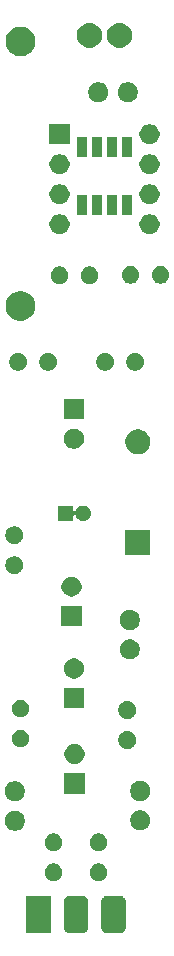
<source format=gbr>
G04 #@! TF.GenerationSoftware,KiCad,Pcbnew,(5.1.5)-3*
G04 #@! TF.CreationDate,2021-05-15T09:32:47-04:00*
G04 #@! TF.ProjectId,opAmp Mic,6f70416d-7020-44d6-9963-2e6b69636164,rev?*
G04 #@! TF.SameCoordinates,Original*
G04 #@! TF.FileFunction,Soldermask,Top*
G04 #@! TF.FilePolarity,Negative*
%FSLAX46Y46*%
G04 Gerber Fmt 4.6, Leading zero omitted, Abs format (unit mm)*
G04 Created by KiCad (PCBNEW (5.1.5)-3) date 2021-05-15 09:32:47*
%MOMM*%
%LPD*%
G04 APERTURE LIST*
%ADD10C,0.100000*%
G04 APERTURE END LIST*
D10*
G36*
X122851902Y-136888484D02*
G01*
X122938599Y-136914783D01*
X123018497Y-136957490D01*
X123088528Y-137014962D01*
X123146000Y-137084993D01*
X123188707Y-137164891D01*
X123215006Y-137251588D01*
X123224490Y-137347885D01*
X123224490Y-139512115D01*
X123215006Y-139608412D01*
X123188707Y-139695109D01*
X123146000Y-139775007D01*
X123088528Y-139845038D01*
X123018497Y-139902510D01*
X122938599Y-139945217D01*
X122851902Y-139971516D01*
X122755605Y-139981000D01*
X121592395Y-139981000D01*
X121496098Y-139971516D01*
X121409401Y-139945217D01*
X121329503Y-139902510D01*
X121259472Y-139845038D01*
X121202000Y-139775007D01*
X121159293Y-139695109D01*
X121132994Y-139608412D01*
X121123510Y-139512115D01*
X121123510Y-137347885D01*
X121132994Y-137251588D01*
X121159293Y-137164891D01*
X121202000Y-137084993D01*
X121259472Y-137014962D01*
X121329503Y-136957490D01*
X121409401Y-136914783D01*
X121496098Y-136888484D01*
X121592395Y-136879000D01*
X122755605Y-136879000D01*
X122851902Y-136888484D01*
G37*
G36*
X119676902Y-136888484D02*
G01*
X119763599Y-136914783D01*
X119843497Y-136957490D01*
X119913528Y-137014962D01*
X119971000Y-137084993D01*
X120013707Y-137164891D01*
X120040006Y-137251588D01*
X120049490Y-137347885D01*
X120049490Y-139512115D01*
X120040006Y-139608412D01*
X120013707Y-139695109D01*
X119971000Y-139775007D01*
X119913528Y-139845038D01*
X119843497Y-139902510D01*
X119763599Y-139945217D01*
X119676902Y-139971516D01*
X119580605Y-139981000D01*
X118417395Y-139981000D01*
X118321098Y-139971516D01*
X118234401Y-139945217D01*
X118154503Y-139902510D01*
X118084472Y-139845038D01*
X118027000Y-139775007D01*
X117984293Y-139695109D01*
X117957994Y-139608412D01*
X117948510Y-139512115D01*
X117948510Y-137347885D01*
X117957994Y-137251588D01*
X117984293Y-137164891D01*
X118027000Y-137084993D01*
X118084472Y-137014962D01*
X118154503Y-136957490D01*
X118234401Y-136914783D01*
X118321098Y-136888484D01*
X118417395Y-136879000D01*
X119580605Y-136879000D01*
X119676902Y-136888484D01*
G37*
G36*
X116874490Y-139981000D02*
G01*
X114773510Y-139981000D01*
X114773510Y-136879000D01*
X116874490Y-136879000D01*
X116874490Y-139981000D01*
G37*
G36*
X117313059Y-134151860D02*
G01*
X117449732Y-134208472D01*
X117572735Y-134290660D01*
X117677340Y-134395265D01*
X117759528Y-134518268D01*
X117816140Y-134654941D01*
X117845000Y-134800033D01*
X117845000Y-134947967D01*
X117816140Y-135093059D01*
X117759528Y-135229732D01*
X117677340Y-135352735D01*
X117572735Y-135457340D01*
X117449732Y-135539528D01*
X117449731Y-135539529D01*
X117449730Y-135539529D01*
X117313059Y-135596140D01*
X117167968Y-135625000D01*
X117020032Y-135625000D01*
X116874941Y-135596140D01*
X116738270Y-135539529D01*
X116738269Y-135539529D01*
X116738268Y-135539528D01*
X116615265Y-135457340D01*
X116510660Y-135352735D01*
X116428472Y-135229732D01*
X116371860Y-135093059D01*
X116343000Y-134947967D01*
X116343000Y-134800033D01*
X116371860Y-134654941D01*
X116428472Y-134518268D01*
X116510660Y-134395265D01*
X116615265Y-134290660D01*
X116738268Y-134208472D01*
X116874941Y-134151860D01*
X117020032Y-134123000D01*
X117167968Y-134123000D01*
X117313059Y-134151860D01*
G37*
G36*
X121123059Y-134151860D02*
G01*
X121259732Y-134208472D01*
X121382735Y-134290660D01*
X121487340Y-134395265D01*
X121569528Y-134518268D01*
X121626140Y-134654941D01*
X121655000Y-134800033D01*
X121655000Y-134947967D01*
X121626140Y-135093059D01*
X121569528Y-135229732D01*
X121487340Y-135352735D01*
X121382735Y-135457340D01*
X121259732Y-135539528D01*
X121259731Y-135539529D01*
X121259730Y-135539529D01*
X121123059Y-135596140D01*
X120977968Y-135625000D01*
X120830032Y-135625000D01*
X120684941Y-135596140D01*
X120548270Y-135539529D01*
X120548269Y-135539529D01*
X120548268Y-135539528D01*
X120425265Y-135457340D01*
X120320660Y-135352735D01*
X120238472Y-135229732D01*
X120181860Y-135093059D01*
X120153000Y-134947967D01*
X120153000Y-134800033D01*
X120181860Y-134654941D01*
X120238472Y-134518268D01*
X120320660Y-134395265D01*
X120425265Y-134290660D01*
X120548268Y-134208472D01*
X120684941Y-134151860D01*
X120830032Y-134123000D01*
X120977968Y-134123000D01*
X121123059Y-134151860D01*
G37*
G36*
X121123059Y-131611860D02*
G01*
X121259732Y-131668472D01*
X121382735Y-131750660D01*
X121487340Y-131855265D01*
X121569528Y-131978268D01*
X121626140Y-132114941D01*
X121655000Y-132260033D01*
X121655000Y-132407967D01*
X121626140Y-132553059D01*
X121569528Y-132689732D01*
X121487340Y-132812735D01*
X121382735Y-132917340D01*
X121259732Y-132999528D01*
X121259731Y-132999529D01*
X121259730Y-132999529D01*
X121123059Y-133056140D01*
X120977968Y-133085000D01*
X120830032Y-133085000D01*
X120684941Y-133056140D01*
X120548270Y-132999529D01*
X120548269Y-132999529D01*
X120548268Y-132999528D01*
X120425265Y-132917340D01*
X120320660Y-132812735D01*
X120238472Y-132689732D01*
X120181860Y-132553059D01*
X120153000Y-132407967D01*
X120153000Y-132260033D01*
X120181860Y-132114941D01*
X120238472Y-131978268D01*
X120320660Y-131855265D01*
X120425265Y-131750660D01*
X120548268Y-131668472D01*
X120684941Y-131611860D01*
X120830032Y-131583000D01*
X120977968Y-131583000D01*
X121123059Y-131611860D01*
G37*
G36*
X117313059Y-131611860D02*
G01*
X117449732Y-131668472D01*
X117572735Y-131750660D01*
X117677340Y-131855265D01*
X117759528Y-131978268D01*
X117816140Y-132114941D01*
X117845000Y-132260033D01*
X117845000Y-132407967D01*
X117816140Y-132553059D01*
X117759528Y-132689732D01*
X117677340Y-132812735D01*
X117572735Y-132917340D01*
X117449732Y-132999528D01*
X117449731Y-132999529D01*
X117449730Y-132999529D01*
X117313059Y-133056140D01*
X117167968Y-133085000D01*
X117020032Y-133085000D01*
X116874941Y-133056140D01*
X116738270Y-132999529D01*
X116738269Y-132999529D01*
X116738268Y-132999528D01*
X116615265Y-132917340D01*
X116510660Y-132812735D01*
X116428472Y-132689732D01*
X116371860Y-132553059D01*
X116343000Y-132407967D01*
X116343000Y-132260033D01*
X116371860Y-132114941D01*
X116428472Y-131978268D01*
X116510660Y-131855265D01*
X116615265Y-131750660D01*
X116738268Y-131668472D01*
X116874941Y-131611860D01*
X117020032Y-131583000D01*
X117167968Y-131583000D01*
X117313059Y-131611860D01*
G37*
G36*
X114065628Y-129686903D02*
G01*
X114220500Y-129751053D01*
X114359881Y-129844185D01*
X114478415Y-129962719D01*
X114571547Y-130102100D01*
X114635697Y-130256972D01*
X114668400Y-130421384D01*
X114668400Y-130589016D01*
X114635697Y-130753428D01*
X114571547Y-130908300D01*
X114478415Y-131047681D01*
X114359881Y-131166215D01*
X114220500Y-131259347D01*
X114065628Y-131323497D01*
X113901216Y-131356200D01*
X113733584Y-131356200D01*
X113569172Y-131323497D01*
X113414300Y-131259347D01*
X113274919Y-131166215D01*
X113156385Y-131047681D01*
X113063253Y-130908300D01*
X112999103Y-130753428D01*
X112966400Y-130589016D01*
X112966400Y-130421384D01*
X112999103Y-130256972D01*
X113063253Y-130102100D01*
X113156385Y-129962719D01*
X113274919Y-129844185D01*
X113414300Y-129751053D01*
X113569172Y-129686903D01*
X113733584Y-129654200D01*
X113901216Y-129654200D01*
X114065628Y-129686903D01*
G37*
G36*
X124682828Y-129661503D02*
G01*
X124837700Y-129725653D01*
X124977081Y-129818785D01*
X125095615Y-129937319D01*
X125188747Y-130076700D01*
X125252897Y-130231572D01*
X125285600Y-130395984D01*
X125285600Y-130563616D01*
X125252897Y-130728028D01*
X125188747Y-130882900D01*
X125095615Y-131022281D01*
X124977081Y-131140815D01*
X124837700Y-131233947D01*
X124682828Y-131298097D01*
X124518416Y-131330800D01*
X124350784Y-131330800D01*
X124186372Y-131298097D01*
X124031500Y-131233947D01*
X123892119Y-131140815D01*
X123773585Y-131022281D01*
X123680453Y-130882900D01*
X123616303Y-130728028D01*
X123583600Y-130563616D01*
X123583600Y-130395984D01*
X123616303Y-130231572D01*
X123680453Y-130076700D01*
X123773585Y-129937319D01*
X123892119Y-129818785D01*
X124031500Y-129725653D01*
X124186372Y-129661503D01*
X124350784Y-129628800D01*
X124518416Y-129628800D01*
X124682828Y-129661503D01*
G37*
G36*
X114065628Y-127186903D02*
G01*
X114220500Y-127251053D01*
X114359881Y-127344185D01*
X114478415Y-127462719D01*
X114571547Y-127602100D01*
X114635697Y-127756972D01*
X114668400Y-127921384D01*
X114668400Y-128089016D01*
X114635697Y-128253428D01*
X114571547Y-128408300D01*
X114478415Y-128547681D01*
X114359881Y-128666215D01*
X114220500Y-128759347D01*
X114065628Y-128823497D01*
X113901216Y-128856200D01*
X113733584Y-128856200D01*
X113569172Y-128823497D01*
X113414300Y-128759347D01*
X113274919Y-128666215D01*
X113156385Y-128547681D01*
X113063253Y-128408300D01*
X112999103Y-128253428D01*
X112966400Y-128089016D01*
X112966400Y-127921384D01*
X112999103Y-127756972D01*
X113063253Y-127602100D01*
X113156385Y-127462719D01*
X113274919Y-127344185D01*
X113414300Y-127251053D01*
X113569172Y-127186903D01*
X113733584Y-127154200D01*
X113901216Y-127154200D01*
X114065628Y-127186903D01*
G37*
G36*
X124682828Y-127161503D02*
G01*
X124837700Y-127225653D01*
X124977081Y-127318785D01*
X125095615Y-127437319D01*
X125188747Y-127576700D01*
X125252897Y-127731572D01*
X125285600Y-127895984D01*
X125285600Y-128063616D01*
X125252897Y-128228028D01*
X125188747Y-128382900D01*
X125095615Y-128522281D01*
X124977081Y-128640815D01*
X124837700Y-128733947D01*
X124682828Y-128798097D01*
X124518416Y-128830800D01*
X124350784Y-128830800D01*
X124186372Y-128798097D01*
X124031500Y-128733947D01*
X123892119Y-128640815D01*
X123773585Y-128522281D01*
X123680453Y-128382900D01*
X123616303Y-128228028D01*
X123583600Y-128063616D01*
X123583600Y-127895984D01*
X123616303Y-127731572D01*
X123680453Y-127576700D01*
X123773585Y-127437319D01*
X123892119Y-127318785D01*
X124031500Y-127225653D01*
X124186372Y-127161503D01*
X124350784Y-127128800D01*
X124518416Y-127128800D01*
X124682828Y-127161503D01*
G37*
G36*
X119723000Y-128206600D02*
G01*
X118021000Y-128206600D01*
X118021000Y-126504600D01*
X119723000Y-126504600D01*
X119723000Y-128206600D01*
G37*
G36*
X119120228Y-124037303D02*
G01*
X119275100Y-124101453D01*
X119414481Y-124194585D01*
X119533015Y-124313119D01*
X119626147Y-124452500D01*
X119690297Y-124607372D01*
X119723000Y-124771784D01*
X119723000Y-124939416D01*
X119690297Y-125103828D01*
X119626147Y-125258700D01*
X119533015Y-125398081D01*
X119414481Y-125516615D01*
X119275100Y-125609747D01*
X119120228Y-125673897D01*
X118955816Y-125706600D01*
X118788184Y-125706600D01*
X118623772Y-125673897D01*
X118468900Y-125609747D01*
X118329519Y-125516615D01*
X118210985Y-125398081D01*
X118117853Y-125258700D01*
X118053703Y-125103828D01*
X118021000Y-124939416D01*
X118021000Y-124771784D01*
X118053703Y-124607372D01*
X118117853Y-124452500D01*
X118210985Y-124313119D01*
X118329519Y-124194585D01*
X118468900Y-124101453D01*
X118623772Y-124037303D01*
X118788184Y-124004600D01*
X118955816Y-124004600D01*
X119120228Y-124037303D01*
G37*
G36*
X123561459Y-122950460D02*
G01*
X123698132Y-123007072D01*
X123821135Y-123089260D01*
X123925740Y-123193865D01*
X123925741Y-123193867D01*
X124007929Y-123316870D01*
X124064540Y-123453541D01*
X124093400Y-123598632D01*
X124093400Y-123746568D01*
X124064540Y-123891659D01*
X124009585Y-124024333D01*
X124007928Y-124028332D01*
X123925740Y-124151335D01*
X123821135Y-124255940D01*
X123698132Y-124338128D01*
X123698131Y-124338129D01*
X123698130Y-124338129D01*
X123561459Y-124394740D01*
X123416368Y-124423600D01*
X123268432Y-124423600D01*
X123123341Y-124394740D01*
X122986670Y-124338129D01*
X122986669Y-124338129D01*
X122986668Y-124338128D01*
X122863665Y-124255940D01*
X122759060Y-124151335D01*
X122676872Y-124028332D01*
X122675216Y-124024333D01*
X122620260Y-123891659D01*
X122591400Y-123746568D01*
X122591400Y-123598632D01*
X122620260Y-123453541D01*
X122676871Y-123316870D01*
X122759059Y-123193867D01*
X122759060Y-123193865D01*
X122863665Y-123089260D01*
X122986668Y-123007072D01*
X123123341Y-122950460D01*
X123268432Y-122921600D01*
X123416368Y-122921600D01*
X123561459Y-122950460D01*
G37*
G36*
X114519059Y-122823460D02*
G01*
X114655732Y-122880072D01*
X114778735Y-122962260D01*
X114883340Y-123066865D01*
X114883341Y-123066867D01*
X114965529Y-123189870D01*
X115022140Y-123326541D01*
X115047402Y-123453541D01*
X115051000Y-123471633D01*
X115051000Y-123619567D01*
X115022140Y-123764659D01*
X114965528Y-123901332D01*
X114883340Y-124024335D01*
X114778735Y-124128940D01*
X114655732Y-124211128D01*
X114655731Y-124211129D01*
X114655730Y-124211129D01*
X114519059Y-124267740D01*
X114373968Y-124296600D01*
X114226032Y-124296600D01*
X114080941Y-124267740D01*
X113944270Y-124211129D01*
X113944269Y-124211129D01*
X113944268Y-124211128D01*
X113821265Y-124128940D01*
X113716660Y-124024335D01*
X113634472Y-123901332D01*
X113577860Y-123764659D01*
X113549000Y-123619567D01*
X113549000Y-123471633D01*
X113552599Y-123453541D01*
X113577860Y-123326541D01*
X113634471Y-123189870D01*
X113716659Y-123066867D01*
X113716660Y-123066865D01*
X113821265Y-122962260D01*
X113944268Y-122880072D01*
X114080941Y-122823460D01*
X114226032Y-122794600D01*
X114373968Y-122794600D01*
X114519059Y-122823460D01*
G37*
G36*
X123561459Y-120410460D02*
G01*
X123698132Y-120467072D01*
X123821135Y-120549260D01*
X123925740Y-120653865D01*
X123925741Y-120653867D01*
X124007929Y-120776870D01*
X124064540Y-120913541D01*
X124093400Y-121058632D01*
X124093400Y-121206568D01*
X124064540Y-121351659D01*
X124009585Y-121484333D01*
X124007928Y-121488332D01*
X123925740Y-121611335D01*
X123821135Y-121715940D01*
X123698132Y-121798128D01*
X123698131Y-121798129D01*
X123698130Y-121798129D01*
X123561459Y-121854740D01*
X123416368Y-121883600D01*
X123268432Y-121883600D01*
X123123341Y-121854740D01*
X122986670Y-121798129D01*
X122986669Y-121798129D01*
X122986668Y-121798128D01*
X122863665Y-121715940D01*
X122759060Y-121611335D01*
X122676872Y-121488332D01*
X122675216Y-121484333D01*
X122620260Y-121351659D01*
X122591400Y-121206568D01*
X122591400Y-121058632D01*
X122620260Y-120913541D01*
X122676871Y-120776870D01*
X122759059Y-120653867D01*
X122759060Y-120653865D01*
X122863665Y-120549260D01*
X122986668Y-120467072D01*
X123123341Y-120410460D01*
X123268432Y-120381600D01*
X123416368Y-120381600D01*
X123561459Y-120410460D01*
G37*
G36*
X114519059Y-120283460D02*
G01*
X114655732Y-120340072D01*
X114778735Y-120422260D01*
X114883340Y-120526865D01*
X114883341Y-120526867D01*
X114965529Y-120649870D01*
X115022140Y-120786541D01*
X115047402Y-120913541D01*
X115051000Y-120931633D01*
X115051000Y-121079567D01*
X115022140Y-121224659D01*
X114965528Y-121361332D01*
X114883340Y-121484335D01*
X114778735Y-121588940D01*
X114655732Y-121671128D01*
X114655731Y-121671129D01*
X114655730Y-121671129D01*
X114519059Y-121727740D01*
X114373968Y-121756600D01*
X114226032Y-121756600D01*
X114080941Y-121727740D01*
X113944270Y-121671129D01*
X113944269Y-121671129D01*
X113944268Y-121671128D01*
X113821265Y-121588940D01*
X113716660Y-121484335D01*
X113634472Y-121361332D01*
X113577860Y-121224659D01*
X113549000Y-121079567D01*
X113549000Y-120931633D01*
X113552599Y-120913541D01*
X113577860Y-120786541D01*
X113634471Y-120649870D01*
X113716659Y-120526867D01*
X113716660Y-120526865D01*
X113821265Y-120422260D01*
X113944268Y-120340072D01*
X114080941Y-120283460D01*
X114226032Y-120254600D01*
X114373968Y-120254600D01*
X114519059Y-120283460D01*
G37*
G36*
X119672200Y-120967600D02*
G01*
X117970200Y-120967600D01*
X117970200Y-119265600D01*
X119672200Y-119265600D01*
X119672200Y-120967600D01*
G37*
G36*
X119069428Y-116798303D02*
G01*
X119224300Y-116862453D01*
X119363681Y-116955585D01*
X119482215Y-117074119D01*
X119575347Y-117213500D01*
X119639497Y-117368372D01*
X119672200Y-117532784D01*
X119672200Y-117700416D01*
X119639497Y-117864828D01*
X119575347Y-118019700D01*
X119482215Y-118159081D01*
X119363681Y-118277615D01*
X119224300Y-118370747D01*
X119069428Y-118434897D01*
X118905016Y-118467600D01*
X118737384Y-118467600D01*
X118572972Y-118434897D01*
X118418100Y-118370747D01*
X118278719Y-118277615D01*
X118160185Y-118159081D01*
X118067053Y-118019700D01*
X118002903Y-117864828D01*
X117970200Y-117700416D01*
X117970200Y-117532784D01*
X118002903Y-117368372D01*
X118067053Y-117213500D01*
X118160185Y-117074119D01*
X118278719Y-116955585D01*
X118418100Y-116862453D01*
X118572972Y-116798303D01*
X118737384Y-116765600D01*
X118905016Y-116765600D01*
X119069428Y-116798303D01*
G37*
G36*
X123793828Y-115183503D02*
G01*
X123948700Y-115247653D01*
X124088081Y-115340785D01*
X124206615Y-115459319D01*
X124299747Y-115598700D01*
X124363897Y-115753572D01*
X124396600Y-115917984D01*
X124396600Y-116085616D01*
X124363897Y-116250028D01*
X124299747Y-116404900D01*
X124206615Y-116544281D01*
X124088081Y-116662815D01*
X123948700Y-116755947D01*
X123793828Y-116820097D01*
X123629416Y-116852800D01*
X123461784Y-116852800D01*
X123297372Y-116820097D01*
X123142500Y-116755947D01*
X123003119Y-116662815D01*
X122884585Y-116544281D01*
X122791453Y-116404900D01*
X122727303Y-116250028D01*
X122694600Y-116085616D01*
X122694600Y-115917984D01*
X122727303Y-115753572D01*
X122791453Y-115598700D01*
X122884585Y-115459319D01*
X123003119Y-115340785D01*
X123142500Y-115247653D01*
X123297372Y-115183503D01*
X123461784Y-115150800D01*
X123629416Y-115150800D01*
X123793828Y-115183503D01*
G37*
G36*
X123793828Y-112683503D02*
G01*
X123948700Y-112747653D01*
X124088081Y-112840785D01*
X124206615Y-112959319D01*
X124299747Y-113098700D01*
X124363897Y-113253572D01*
X124396600Y-113417984D01*
X124396600Y-113585616D01*
X124363897Y-113750028D01*
X124299747Y-113904900D01*
X124206615Y-114044281D01*
X124088081Y-114162815D01*
X123948700Y-114255947D01*
X123793828Y-114320097D01*
X123629416Y-114352800D01*
X123461784Y-114352800D01*
X123297372Y-114320097D01*
X123142500Y-114255947D01*
X123003119Y-114162815D01*
X122884585Y-114044281D01*
X122791453Y-113904900D01*
X122727303Y-113750028D01*
X122694600Y-113585616D01*
X122694600Y-113417984D01*
X122727303Y-113253572D01*
X122791453Y-113098700D01*
X122884585Y-112959319D01*
X123003119Y-112840785D01*
X123142500Y-112747653D01*
X123297372Y-112683503D01*
X123461784Y-112650800D01*
X123629416Y-112650800D01*
X123793828Y-112683503D01*
G37*
G36*
X119469000Y-114033400D02*
G01*
X117767000Y-114033400D01*
X117767000Y-112331400D01*
X119469000Y-112331400D01*
X119469000Y-114033400D01*
G37*
G36*
X118866228Y-109864103D02*
G01*
X119021100Y-109928253D01*
X119160481Y-110021385D01*
X119279015Y-110139919D01*
X119372147Y-110279300D01*
X119436297Y-110434172D01*
X119469000Y-110598584D01*
X119469000Y-110766216D01*
X119436297Y-110930628D01*
X119372147Y-111085500D01*
X119279015Y-111224881D01*
X119160481Y-111343415D01*
X119021100Y-111436547D01*
X118866228Y-111500697D01*
X118701816Y-111533400D01*
X118534184Y-111533400D01*
X118369772Y-111500697D01*
X118214900Y-111436547D01*
X118075519Y-111343415D01*
X117956985Y-111224881D01*
X117863853Y-111085500D01*
X117799703Y-110930628D01*
X117767000Y-110766216D01*
X117767000Y-110598584D01*
X117799703Y-110434172D01*
X117863853Y-110279300D01*
X117956985Y-110139919D01*
X118075519Y-110021385D01*
X118214900Y-109928253D01*
X118369772Y-109864103D01*
X118534184Y-109831400D01*
X118701816Y-109831400D01*
X118866228Y-109864103D01*
G37*
G36*
X113985659Y-108142260D02*
G01*
X114122332Y-108198872D01*
X114245335Y-108281060D01*
X114349940Y-108385665D01*
X114432128Y-108508668D01*
X114488740Y-108645341D01*
X114517600Y-108790433D01*
X114517600Y-108938367D01*
X114488740Y-109083459D01*
X114432128Y-109220132D01*
X114349940Y-109343135D01*
X114245335Y-109447740D01*
X114122332Y-109529928D01*
X114122331Y-109529929D01*
X114122330Y-109529929D01*
X113985659Y-109586540D01*
X113840568Y-109615400D01*
X113692632Y-109615400D01*
X113547541Y-109586540D01*
X113410870Y-109529929D01*
X113410869Y-109529929D01*
X113410868Y-109529928D01*
X113287865Y-109447740D01*
X113183260Y-109343135D01*
X113101072Y-109220132D01*
X113044460Y-109083459D01*
X113015600Y-108938367D01*
X113015600Y-108790433D01*
X113044460Y-108645341D01*
X113101072Y-108508668D01*
X113183260Y-108385665D01*
X113287865Y-108281060D01*
X113410868Y-108198872D01*
X113547541Y-108142260D01*
X113692632Y-108113400D01*
X113840568Y-108113400D01*
X113985659Y-108142260D01*
G37*
G36*
X125257000Y-107985000D02*
G01*
X123155000Y-107985000D01*
X123155000Y-105883000D01*
X125257000Y-105883000D01*
X125257000Y-107985000D01*
G37*
G36*
X113985659Y-105602260D02*
G01*
X114122332Y-105658872D01*
X114245335Y-105741060D01*
X114349940Y-105845665D01*
X114432128Y-105968668D01*
X114488740Y-106105341D01*
X114517600Y-106250433D01*
X114517600Y-106398367D01*
X114488740Y-106543459D01*
X114432128Y-106680132D01*
X114349940Y-106803135D01*
X114245335Y-106907740D01*
X114122332Y-106989928D01*
X114122331Y-106989929D01*
X114122330Y-106989929D01*
X113985659Y-107046540D01*
X113840568Y-107075400D01*
X113692632Y-107075400D01*
X113547541Y-107046540D01*
X113410870Y-106989929D01*
X113410869Y-106989929D01*
X113410868Y-106989928D01*
X113287865Y-106907740D01*
X113183260Y-106803135D01*
X113101072Y-106680132D01*
X113044460Y-106543459D01*
X113015600Y-106398367D01*
X113015600Y-106250433D01*
X113044460Y-106105341D01*
X113101072Y-105968668D01*
X113183260Y-105845665D01*
X113287865Y-105741060D01*
X113410868Y-105658872D01*
X113547541Y-105602260D01*
X113692632Y-105573400D01*
X113840568Y-105573400D01*
X113985659Y-105602260D01*
G37*
G36*
X118761000Y-104190309D02*
G01*
X118763402Y-104214695D01*
X118770515Y-104238144D01*
X118782066Y-104259755D01*
X118797611Y-104278697D01*
X118816553Y-104294242D01*
X118838164Y-104305793D01*
X118861613Y-104312906D01*
X118885999Y-104315308D01*
X118910385Y-104312906D01*
X118933834Y-104305793D01*
X118955445Y-104294242D01*
X118974387Y-104278697D01*
X118989932Y-104259755D01*
X119001483Y-104238144D01*
X119033090Y-104161838D01*
X119104335Y-104055212D01*
X119195012Y-103964535D01*
X119301636Y-103893291D01*
X119420110Y-103844217D01*
X119545881Y-103819200D01*
X119674119Y-103819200D01*
X119799890Y-103844217D01*
X119918364Y-103893291D01*
X120024988Y-103964535D01*
X120115665Y-104055212D01*
X120186909Y-104161836D01*
X120235983Y-104280310D01*
X120261000Y-104406082D01*
X120261000Y-104534318D01*
X120235983Y-104660090D01*
X120186909Y-104778564D01*
X120115665Y-104885188D01*
X120024988Y-104975865D01*
X119918364Y-105047109D01*
X119918363Y-105047110D01*
X119918362Y-105047110D01*
X119799890Y-105096183D01*
X119674119Y-105121200D01*
X119545881Y-105121200D01*
X119420110Y-105096183D01*
X119301638Y-105047110D01*
X119301637Y-105047110D01*
X119301636Y-105047109D01*
X119195012Y-104975865D01*
X119104335Y-104885188D01*
X119033091Y-104778564D01*
X119001483Y-104702255D01*
X118989932Y-104680645D01*
X118974387Y-104661703D01*
X118955445Y-104646158D01*
X118933834Y-104634607D01*
X118910385Y-104627494D01*
X118885999Y-104625092D01*
X118861613Y-104627494D01*
X118838164Y-104634607D01*
X118816553Y-104646158D01*
X118797611Y-104661703D01*
X118782066Y-104680645D01*
X118770515Y-104702256D01*
X118763402Y-104725705D01*
X118761000Y-104750091D01*
X118761000Y-105121200D01*
X117459000Y-105121200D01*
X117459000Y-103819200D01*
X118761000Y-103819200D01*
X118761000Y-104190309D01*
G37*
G36*
X124537964Y-97414389D02*
G01*
X124729233Y-97493615D01*
X124729235Y-97493616D01*
X124901373Y-97608635D01*
X125047765Y-97755027D01*
X125150093Y-97908171D01*
X125162785Y-97927167D01*
X125242011Y-98118436D01*
X125282400Y-98321484D01*
X125282400Y-98528516D01*
X125242011Y-98731564D01*
X125162785Y-98922833D01*
X125162784Y-98922835D01*
X125047765Y-99094973D01*
X124901373Y-99241365D01*
X124729235Y-99356384D01*
X124729234Y-99356385D01*
X124729233Y-99356385D01*
X124537964Y-99435611D01*
X124334916Y-99476000D01*
X124127884Y-99476000D01*
X123924836Y-99435611D01*
X123733567Y-99356385D01*
X123733566Y-99356385D01*
X123733565Y-99356384D01*
X123561427Y-99241365D01*
X123415035Y-99094973D01*
X123300016Y-98922835D01*
X123300015Y-98922833D01*
X123220789Y-98731564D01*
X123180400Y-98528516D01*
X123180400Y-98321484D01*
X123220789Y-98118436D01*
X123300015Y-97927167D01*
X123312708Y-97908171D01*
X123415035Y-97755027D01*
X123561427Y-97608635D01*
X123733565Y-97493616D01*
X123733567Y-97493615D01*
X123924836Y-97414389D01*
X124127884Y-97374000D01*
X124334916Y-97374000D01*
X124537964Y-97414389D01*
G37*
G36*
X119069428Y-97338103D02*
G01*
X119224300Y-97402253D01*
X119363681Y-97495385D01*
X119482215Y-97613919D01*
X119575347Y-97753300D01*
X119639497Y-97908172D01*
X119672200Y-98072584D01*
X119672200Y-98240216D01*
X119639497Y-98404628D01*
X119575347Y-98559500D01*
X119482215Y-98698881D01*
X119363681Y-98817415D01*
X119224300Y-98910547D01*
X119069428Y-98974697D01*
X118905016Y-99007400D01*
X118737384Y-99007400D01*
X118572972Y-98974697D01*
X118418100Y-98910547D01*
X118278719Y-98817415D01*
X118160185Y-98698881D01*
X118067053Y-98559500D01*
X118002903Y-98404628D01*
X117970200Y-98240216D01*
X117970200Y-98072584D01*
X118002903Y-97908172D01*
X118067053Y-97753300D01*
X118160185Y-97613919D01*
X118278719Y-97495385D01*
X118418100Y-97402253D01*
X118572972Y-97338103D01*
X118737384Y-97305400D01*
X118905016Y-97305400D01*
X119069428Y-97338103D01*
G37*
G36*
X119672200Y-96507400D02*
G01*
X117970200Y-96507400D01*
X117970200Y-94805400D01*
X119672200Y-94805400D01*
X119672200Y-96507400D01*
G37*
G36*
X124221859Y-90921060D02*
G01*
X124358532Y-90977672D01*
X124481535Y-91059860D01*
X124586140Y-91164465D01*
X124668328Y-91287468D01*
X124724940Y-91424141D01*
X124753800Y-91569233D01*
X124753800Y-91717167D01*
X124724940Y-91862259D01*
X124668328Y-91998932D01*
X124586140Y-92121935D01*
X124481535Y-92226540D01*
X124358532Y-92308728D01*
X124358531Y-92308729D01*
X124358530Y-92308729D01*
X124221859Y-92365340D01*
X124076768Y-92394200D01*
X123928832Y-92394200D01*
X123783741Y-92365340D01*
X123647070Y-92308729D01*
X123647069Y-92308729D01*
X123647068Y-92308728D01*
X123524065Y-92226540D01*
X123419460Y-92121935D01*
X123337272Y-91998932D01*
X123280660Y-91862259D01*
X123251800Y-91717167D01*
X123251800Y-91569233D01*
X123280660Y-91424141D01*
X123337272Y-91287468D01*
X123419460Y-91164465D01*
X123524065Y-91059860D01*
X123647068Y-90977672D01*
X123783741Y-90921060D01*
X123928832Y-90892200D01*
X124076768Y-90892200D01*
X124221859Y-90921060D01*
G37*
G36*
X116855859Y-90921060D02*
G01*
X116992532Y-90977672D01*
X117115535Y-91059860D01*
X117220140Y-91164465D01*
X117302328Y-91287468D01*
X117358940Y-91424141D01*
X117387800Y-91569233D01*
X117387800Y-91717167D01*
X117358940Y-91862259D01*
X117302328Y-91998932D01*
X117220140Y-92121935D01*
X117115535Y-92226540D01*
X116992532Y-92308728D01*
X116992531Y-92308729D01*
X116992530Y-92308729D01*
X116855859Y-92365340D01*
X116710768Y-92394200D01*
X116562832Y-92394200D01*
X116417741Y-92365340D01*
X116281070Y-92308729D01*
X116281069Y-92308729D01*
X116281068Y-92308728D01*
X116158065Y-92226540D01*
X116053460Y-92121935D01*
X115971272Y-91998932D01*
X115914660Y-91862259D01*
X115885800Y-91717167D01*
X115885800Y-91569233D01*
X115914660Y-91424141D01*
X115971272Y-91287468D01*
X116053460Y-91164465D01*
X116158065Y-91059860D01*
X116281068Y-90977672D01*
X116417741Y-90921060D01*
X116562832Y-90892200D01*
X116710768Y-90892200D01*
X116855859Y-90921060D01*
G37*
G36*
X114315859Y-90921060D02*
G01*
X114452532Y-90977672D01*
X114575535Y-91059860D01*
X114680140Y-91164465D01*
X114762328Y-91287468D01*
X114818940Y-91424141D01*
X114847800Y-91569233D01*
X114847800Y-91717167D01*
X114818940Y-91862259D01*
X114762328Y-91998932D01*
X114680140Y-92121935D01*
X114575535Y-92226540D01*
X114452532Y-92308728D01*
X114452531Y-92308729D01*
X114452530Y-92308729D01*
X114315859Y-92365340D01*
X114170768Y-92394200D01*
X114022832Y-92394200D01*
X113877741Y-92365340D01*
X113741070Y-92308729D01*
X113741069Y-92308729D01*
X113741068Y-92308728D01*
X113618065Y-92226540D01*
X113513460Y-92121935D01*
X113431272Y-91998932D01*
X113374660Y-91862259D01*
X113345800Y-91717167D01*
X113345800Y-91569233D01*
X113374660Y-91424141D01*
X113431272Y-91287468D01*
X113513460Y-91164465D01*
X113618065Y-91059860D01*
X113741068Y-90977672D01*
X113877741Y-90921060D01*
X114022832Y-90892200D01*
X114170768Y-90892200D01*
X114315859Y-90921060D01*
G37*
G36*
X121681859Y-90921060D02*
G01*
X121818532Y-90977672D01*
X121941535Y-91059860D01*
X122046140Y-91164465D01*
X122128328Y-91287468D01*
X122184940Y-91424141D01*
X122213800Y-91569233D01*
X122213800Y-91717167D01*
X122184940Y-91862259D01*
X122128328Y-91998932D01*
X122046140Y-92121935D01*
X121941535Y-92226540D01*
X121818532Y-92308728D01*
X121818531Y-92308729D01*
X121818530Y-92308729D01*
X121681859Y-92365340D01*
X121536768Y-92394200D01*
X121388832Y-92394200D01*
X121243741Y-92365340D01*
X121107070Y-92308729D01*
X121107069Y-92308729D01*
X121107068Y-92308728D01*
X120984065Y-92226540D01*
X120879460Y-92121935D01*
X120797272Y-91998932D01*
X120740660Y-91862259D01*
X120711800Y-91717167D01*
X120711800Y-91569233D01*
X120740660Y-91424141D01*
X120797272Y-91287468D01*
X120879460Y-91164465D01*
X120984065Y-91059860D01*
X121107068Y-90977672D01*
X121243741Y-90921060D01*
X121388832Y-90892200D01*
X121536768Y-90892200D01*
X121681859Y-90921060D01*
G37*
G36*
X114664903Y-85713075D02*
G01*
X114892571Y-85807378D01*
X115097466Y-85944285D01*
X115271715Y-86118534D01*
X115408622Y-86323429D01*
X115502925Y-86551097D01*
X115551000Y-86792787D01*
X115551000Y-87039213D01*
X115502925Y-87280903D01*
X115408622Y-87508571D01*
X115271715Y-87713466D01*
X115097466Y-87887715D01*
X114892571Y-88024622D01*
X114892570Y-88024623D01*
X114892569Y-88024623D01*
X114664903Y-88118925D01*
X114423214Y-88167000D01*
X114176786Y-88167000D01*
X113935097Y-88118925D01*
X113707431Y-88024623D01*
X113707430Y-88024623D01*
X113707429Y-88024622D01*
X113502534Y-87887715D01*
X113328285Y-87713466D01*
X113191378Y-87508571D01*
X113097075Y-87280903D01*
X113049000Y-87039213D01*
X113049000Y-86792787D01*
X113097075Y-86551097D01*
X113191378Y-86323429D01*
X113328285Y-86118534D01*
X113502534Y-85944285D01*
X113707429Y-85807378D01*
X113935097Y-85713075D01*
X114176786Y-85665000D01*
X114423214Y-85665000D01*
X114664903Y-85713075D01*
G37*
G36*
X117821059Y-83605860D02*
G01*
X117957732Y-83662472D01*
X118080735Y-83744660D01*
X118185340Y-83849265D01*
X118233586Y-83921470D01*
X118267529Y-83972270D01*
X118324140Y-84108941D01*
X118342896Y-84203233D01*
X118353000Y-84254033D01*
X118353000Y-84401967D01*
X118324140Y-84547059D01*
X118267528Y-84683732D01*
X118185340Y-84806735D01*
X118080735Y-84911340D01*
X117957732Y-84993528D01*
X117957731Y-84993529D01*
X117957730Y-84993529D01*
X117821059Y-85050140D01*
X117675968Y-85079000D01*
X117528032Y-85079000D01*
X117382941Y-85050140D01*
X117246270Y-84993529D01*
X117246269Y-84993529D01*
X117246268Y-84993528D01*
X117123265Y-84911340D01*
X117018660Y-84806735D01*
X116936472Y-84683732D01*
X116879860Y-84547059D01*
X116851000Y-84401967D01*
X116851000Y-84254033D01*
X116861105Y-84203233D01*
X116879860Y-84108941D01*
X116936471Y-83972270D01*
X116970414Y-83921470D01*
X117018660Y-83849265D01*
X117123265Y-83744660D01*
X117246268Y-83662472D01*
X117382941Y-83605860D01*
X117528032Y-83577000D01*
X117675968Y-83577000D01*
X117821059Y-83605860D01*
G37*
G36*
X120361059Y-83605860D02*
G01*
X120497732Y-83662472D01*
X120620735Y-83744660D01*
X120725340Y-83849265D01*
X120773586Y-83921470D01*
X120807529Y-83972270D01*
X120864140Y-84108941D01*
X120882896Y-84203233D01*
X120893000Y-84254033D01*
X120893000Y-84401967D01*
X120864140Y-84547059D01*
X120807528Y-84683732D01*
X120725340Y-84806735D01*
X120620735Y-84911340D01*
X120497732Y-84993528D01*
X120497731Y-84993529D01*
X120497730Y-84993529D01*
X120361059Y-85050140D01*
X120215968Y-85079000D01*
X120068032Y-85079000D01*
X119922941Y-85050140D01*
X119786270Y-84993529D01*
X119786269Y-84993529D01*
X119786268Y-84993528D01*
X119663265Y-84911340D01*
X119558660Y-84806735D01*
X119476472Y-84683732D01*
X119419860Y-84547059D01*
X119391000Y-84401967D01*
X119391000Y-84254033D01*
X119401105Y-84203233D01*
X119419860Y-84108941D01*
X119476471Y-83972270D01*
X119510414Y-83921470D01*
X119558660Y-83849265D01*
X119663265Y-83744660D01*
X119786268Y-83662472D01*
X119922941Y-83605860D01*
X120068032Y-83577000D01*
X120215968Y-83577000D01*
X120361059Y-83605860D01*
G37*
G36*
X126380859Y-83555060D02*
G01*
X126517532Y-83611672D01*
X126640535Y-83693860D01*
X126745140Y-83798465D01*
X126827328Y-83921468D01*
X126827329Y-83921470D01*
X126883940Y-84058141D01*
X126912800Y-84203232D01*
X126912800Y-84351168D01*
X126902695Y-84401968D01*
X126883940Y-84496259D01*
X126827328Y-84632932D01*
X126745140Y-84755935D01*
X126640535Y-84860540D01*
X126517532Y-84942728D01*
X126517531Y-84942729D01*
X126517530Y-84942729D01*
X126380859Y-84999340D01*
X126235768Y-85028200D01*
X126087832Y-85028200D01*
X125942741Y-84999340D01*
X125806070Y-84942729D01*
X125806069Y-84942729D01*
X125806068Y-84942728D01*
X125683065Y-84860540D01*
X125578460Y-84755935D01*
X125496272Y-84632932D01*
X125439660Y-84496259D01*
X125420905Y-84401968D01*
X125410800Y-84351168D01*
X125410800Y-84203232D01*
X125439660Y-84058141D01*
X125496271Y-83921470D01*
X125496272Y-83921468D01*
X125578460Y-83798465D01*
X125683065Y-83693860D01*
X125806068Y-83611672D01*
X125942741Y-83555060D01*
X126087832Y-83526200D01*
X126235768Y-83526200D01*
X126380859Y-83555060D01*
G37*
G36*
X123840859Y-83555060D02*
G01*
X123977532Y-83611672D01*
X124100535Y-83693860D01*
X124205140Y-83798465D01*
X124287328Y-83921468D01*
X124287329Y-83921470D01*
X124343940Y-84058141D01*
X124372800Y-84203232D01*
X124372800Y-84351168D01*
X124362695Y-84401968D01*
X124343940Y-84496259D01*
X124287328Y-84632932D01*
X124205140Y-84755935D01*
X124100535Y-84860540D01*
X123977532Y-84942728D01*
X123977531Y-84942729D01*
X123977530Y-84942729D01*
X123840859Y-84999340D01*
X123695768Y-85028200D01*
X123547832Y-85028200D01*
X123402741Y-84999340D01*
X123266070Y-84942729D01*
X123266069Y-84942729D01*
X123266068Y-84942728D01*
X123143065Y-84860540D01*
X123038460Y-84755935D01*
X122956272Y-84632932D01*
X122899660Y-84496259D01*
X122880905Y-84401968D01*
X122870800Y-84351168D01*
X122870800Y-84203232D01*
X122899660Y-84058141D01*
X122956271Y-83921470D01*
X122956272Y-83921468D01*
X123038460Y-83798465D01*
X123143065Y-83693860D01*
X123266068Y-83611672D01*
X123402741Y-83555060D01*
X123547832Y-83526200D01*
X123695768Y-83526200D01*
X123840859Y-83555060D01*
G37*
G36*
X125470228Y-79191703D02*
G01*
X125625100Y-79255853D01*
X125764481Y-79348985D01*
X125883015Y-79467519D01*
X125976147Y-79606900D01*
X126040297Y-79761772D01*
X126073000Y-79926184D01*
X126073000Y-80093816D01*
X126040297Y-80258228D01*
X125976147Y-80413100D01*
X125883015Y-80552481D01*
X125764481Y-80671015D01*
X125625100Y-80764147D01*
X125470228Y-80828297D01*
X125305816Y-80861000D01*
X125138184Y-80861000D01*
X124973772Y-80828297D01*
X124818900Y-80764147D01*
X124679519Y-80671015D01*
X124560985Y-80552481D01*
X124467853Y-80413100D01*
X124403703Y-80258228D01*
X124371000Y-80093816D01*
X124371000Y-79926184D01*
X124403703Y-79761772D01*
X124467853Y-79606900D01*
X124560985Y-79467519D01*
X124679519Y-79348985D01*
X124818900Y-79255853D01*
X124973772Y-79191703D01*
X125138184Y-79159000D01*
X125305816Y-79159000D01*
X125470228Y-79191703D01*
G37*
G36*
X117850228Y-79191703D02*
G01*
X118005100Y-79255853D01*
X118144481Y-79348985D01*
X118263015Y-79467519D01*
X118356147Y-79606900D01*
X118420297Y-79761772D01*
X118453000Y-79926184D01*
X118453000Y-80093816D01*
X118420297Y-80258228D01*
X118356147Y-80413100D01*
X118263015Y-80552481D01*
X118144481Y-80671015D01*
X118005100Y-80764147D01*
X117850228Y-80828297D01*
X117685816Y-80861000D01*
X117518184Y-80861000D01*
X117353772Y-80828297D01*
X117198900Y-80764147D01*
X117059519Y-80671015D01*
X116940985Y-80552481D01*
X116847853Y-80413100D01*
X116783703Y-80258228D01*
X116751000Y-80093816D01*
X116751000Y-79926184D01*
X116783703Y-79761772D01*
X116847853Y-79606900D01*
X116940985Y-79467519D01*
X117059519Y-79348985D01*
X117198900Y-79255853D01*
X117353772Y-79191703D01*
X117518184Y-79159000D01*
X117685816Y-79159000D01*
X117850228Y-79191703D01*
G37*
G36*
X122448000Y-79262000D02*
G01*
X121646000Y-79262000D01*
X121646000Y-77560000D01*
X122448000Y-77560000D01*
X122448000Y-79262000D01*
G37*
G36*
X121178000Y-79262000D02*
G01*
X120376000Y-79262000D01*
X120376000Y-77560000D01*
X121178000Y-77560000D01*
X121178000Y-79262000D01*
G37*
G36*
X119908000Y-79262000D02*
G01*
X119106000Y-79262000D01*
X119106000Y-77560000D01*
X119908000Y-77560000D01*
X119908000Y-79262000D01*
G37*
G36*
X123718000Y-79262000D02*
G01*
X122916000Y-79262000D01*
X122916000Y-77560000D01*
X123718000Y-77560000D01*
X123718000Y-79262000D01*
G37*
G36*
X117850228Y-76651703D02*
G01*
X118005100Y-76715853D01*
X118144481Y-76808985D01*
X118263015Y-76927519D01*
X118356147Y-77066900D01*
X118420297Y-77221772D01*
X118453000Y-77386184D01*
X118453000Y-77553816D01*
X118420297Y-77718228D01*
X118356147Y-77873100D01*
X118263015Y-78012481D01*
X118144481Y-78131015D01*
X118005100Y-78224147D01*
X117850228Y-78288297D01*
X117685816Y-78321000D01*
X117518184Y-78321000D01*
X117353772Y-78288297D01*
X117198900Y-78224147D01*
X117059519Y-78131015D01*
X116940985Y-78012481D01*
X116847853Y-77873100D01*
X116783703Y-77718228D01*
X116751000Y-77553816D01*
X116751000Y-77386184D01*
X116783703Y-77221772D01*
X116847853Y-77066900D01*
X116940985Y-76927519D01*
X117059519Y-76808985D01*
X117198900Y-76715853D01*
X117353772Y-76651703D01*
X117518184Y-76619000D01*
X117685816Y-76619000D01*
X117850228Y-76651703D01*
G37*
G36*
X125470228Y-76651703D02*
G01*
X125625100Y-76715853D01*
X125764481Y-76808985D01*
X125883015Y-76927519D01*
X125976147Y-77066900D01*
X126040297Y-77221772D01*
X126073000Y-77386184D01*
X126073000Y-77553816D01*
X126040297Y-77718228D01*
X125976147Y-77873100D01*
X125883015Y-78012481D01*
X125764481Y-78131015D01*
X125625100Y-78224147D01*
X125470228Y-78288297D01*
X125305816Y-78321000D01*
X125138184Y-78321000D01*
X124973772Y-78288297D01*
X124818900Y-78224147D01*
X124679519Y-78131015D01*
X124560985Y-78012481D01*
X124467853Y-77873100D01*
X124403703Y-77718228D01*
X124371000Y-77553816D01*
X124371000Y-77386184D01*
X124403703Y-77221772D01*
X124467853Y-77066900D01*
X124560985Y-76927519D01*
X124679519Y-76808985D01*
X124818900Y-76715853D01*
X124973772Y-76651703D01*
X125138184Y-76619000D01*
X125305816Y-76619000D01*
X125470228Y-76651703D01*
G37*
G36*
X117850228Y-74111703D02*
G01*
X118005100Y-74175853D01*
X118144481Y-74268985D01*
X118263015Y-74387519D01*
X118356147Y-74526900D01*
X118420297Y-74681772D01*
X118453000Y-74846184D01*
X118453000Y-75013816D01*
X118420297Y-75178228D01*
X118356147Y-75333100D01*
X118263015Y-75472481D01*
X118144481Y-75591015D01*
X118005100Y-75684147D01*
X117850228Y-75748297D01*
X117685816Y-75781000D01*
X117518184Y-75781000D01*
X117353772Y-75748297D01*
X117198900Y-75684147D01*
X117059519Y-75591015D01*
X116940985Y-75472481D01*
X116847853Y-75333100D01*
X116783703Y-75178228D01*
X116751000Y-75013816D01*
X116751000Y-74846184D01*
X116783703Y-74681772D01*
X116847853Y-74526900D01*
X116940985Y-74387519D01*
X117059519Y-74268985D01*
X117198900Y-74175853D01*
X117353772Y-74111703D01*
X117518184Y-74079000D01*
X117685816Y-74079000D01*
X117850228Y-74111703D01*
G37*
G36*
X125470228Y-74111703D02*
G01*
X125625100Y-74175853D01*
X125764481Y-74268985D01*
X125883015Y-74387519D01*
X125976147Y-74526900D01*
X126040297Y-74681772D01*
X126073000Y-74846184D01*
X126073000Y-75013816D01*
X126040297Y-75178228D01*
X125976147Y-75333100D01*
X125883015Y-75472481D01*
X125764481Y-75591015D01*
X125625100Y-75684147D01*
X125470228Y-75748297D01*
X125305816Y-75781000D01*
X125138184Y-75781000D01*
X124973772Y-75748297D01*
X124818900Y-75684147D01*
X124679519Y-75591015D01*
X124560985Y-75472481D01*
X124467853Y-75333100D01*
X124403703Y-75178228D01*
X124371000Y-75013816D01*
X124371000Y-74846184D01*
X124403703Y-74681772D01*
X124467853Y-74526900D01*
X124560985Y-74387519D01*
X124679519Y-74268985D01*
X124818900Y-74175853D01*
X124973772Y-74111703D01*
X125138184Y-74079000D01*
X125305816Y-74079000D01*
X125470228Y-74111703D01*
G37*
G36*
X121178000Y-74332000D02*
G01*
X120376000Y-74332000D01*
X120376000Y-72630000D01*
X121178000Y-72630000D01*
X121178000Y-74332000D01*
G37*
G36*
X123718000Y-74332000D02*
G01*
X122916000Y-74332000D01*
X122916000Y-72630000D01*
X123718000Y-72630000D01*
X123718000Y-74332000D01*
G37*
G36*
X122448000Y-74332000D02*
G01*
X121646000Y-74332000D01*
X121646000Y-72630000D01*
X122448000Y-72630000D01*
X122448000Y-74332000D01*
G37*
G36*
X119908000Y-74332000D02*
G01*
X119106000Y-74332000D01*
X119106000Y-72630000D01*
X119908000Y-72630000D01*
X119908000Y-74332000D01*
G37*
G36*
X125470228Y-71571703D02*
G01*
X125625100Y-71635853D01*
X125764481Y-71728985D01*
X125883015Y-71847519D01*
X125976147Y-71986900D01*
X126040297Y-72141772D01*
X126073000Y-72306184D01*
X126073000Y-72473816D01*
X126040297Y-72638228D01*
X125976147Y-72793100D01*
X125883015Y-72932481D01*
X125764481Y-73051015D01*
X125625100Y-73144147D01*
X125470228Y-73208297D01*
X125305816Y-73241000D01*
X125138184Y-73241000D01*
X124973772Y-73208297D01*
X124818900Y-73144147D01*
X124679519Y-73051015D01*
X124560985Y-72932481D01*
X124467853Y-72793100D01*
X124403703Y-72638228D01*
X124371000Y-72473816D01*
X124371000Y-72306184D01*
X124403703Y-72141772D01*
X124467853Y-71986900D01*
X124560985Y-71847519D01*
X124679519Y-71728985D01*
X124818900Y-71635853D01*
X124973772Y-71571703D01*
X125138184Y-71539000D01*
X125305816Y-71539000D01*
X125470228Y-71571703D01*
G37*
G36*
X118453000Y-73241000D02*
G01*
X116751000Y-73241000D01*
X116751000Y-71539000D01*
X118453000Y-71539000D01*
X118453000Y-73241000D01*
G37*
G36*
X121126828Y-68015703D02*
G01*
X121281700Y-68079853D01*
X121421081Y-68172985D01*
X121539615Y-68291519D01*
X121632747Y-68430900D01*
X121696897Y-68585772D01*
X121729600Y-68750184D01*
X121729600Y-68917816D01*
X121696897Y-69082228D01*
X121632747Y-69237100D01*
X121539615Y-69376481D01*
X121421081Y-69495015D01*
X121281700Y-69588147D01*
X121126828Y-69652297D01*
X120962416Y-69685000D01*
X120794784Y-69685000D01*
X120630372Y-69652297D01*
X120475500Y-69588147D01*
X120336119Y-69495015D01*
X120217585Y-69376481D01*
X120124453Y-69237100D01*
X120060303Y-69082228D01*
X120027600Y-68917816D01*
X120027600Y-68750184D01*
X120060303Y-68585772D01*
X120124453Y-68430900D01*
X120217585Y-68291519D01*
X120336119Y-68172985D01*
X120475500Y-68079853D01*
X120630372Y-68015703D01*
X120794784Y-67983000D01*
X120962416Y-67983000D01*
X121126828Y-68015703D01*
G37*
G36*
X123626828Y-68015703D02*
G01*
X123781700Y-68079853D01*
X123921081Y-68172985D01*
X124039615Y-68291519D01*
X124132747Y-68430900D01*
X124196897Y-68585772D01*
X124229600Y-68750184D01*
X124229600Y-68917816D01*
X124196897Y-69082228D01*
X124132747Y-69237100D01*
X124039615Y-69376481D01*
X123921081Y-69495015D01*
X123781700Y-69588147D01*
X123626828Y-69652297D01*
X123462416Y-69685000D01*
X123294784Y-69685000D01*
X123130372Y-69652297D01*
X122975500Y-69588147D01*
X122836119Y-69495015D01*
X122717585Y-69376481D01*
X122624453Y-69237100D01*
X122560303Y-69082228D01*
X122527600Y-68917816D01*
X122527600Y-68750184D01*
X122560303Y-68585772D01*
X122624453Y-68430900D01*
X122717585Y-68291519D01*
X122836119Y-68172985D01*
X122975500Y-68079853D01*
X123130372Y-68015703D01*
X123294784Y-67983000D01*
X123462416Y-67983000D01*
X123626828Y-68015703D01*
G37*
G36*
X114664903Y-63313075D02*
G01*
X114892571Y-63407378D01*
X115097466Y-63544285D01*
X115271715Y-63718534D01*
X115408622Y-63923429D01*
X115502925Y-64151097D01*
X115551000Y-64392787D01*
X115551000Y-64639213D01*
X115502925Y-64880903D01*
X115408622Y-65108571D01*
X115271715Y-65313466D01*
X115097466Y-65487715D01*
X114892571Y-65624622D01*
X114892570Y-65624623D01*
X114892569Y-65624623D01*
X114664903Y-65718925D01*
X114423214Y-65767000D01*
X114176786Y-65767000D01*
X113935097Y-65718925D01*
X113707431Y-65624623D01*
X113707430Y-65624623D01*
X113707429Y-65624622D01*
X113502534Y-65487715D01*
X113328285Y-65313466D01*
X113191378Y-65108571D01*
X113097075Y-64880903D01*
X113049000Y-64639213D01*
X113049000Y-64392787D01*
X113097075Y-64151097D01*
X113191378Y-63923429D01*
X113328285Y-63718534D01*
X113502534Y-63544285D01*
X113707429Y-63407378D01*
X113935097Y-63313075D01*
X114176786Y-63265000D01*
X114423214Y-63265000D01*
X114664903Y-63313075D01*
G37*
G36*
X120383154Y-62974182D02*
G01*
X120451482Y-62987773D01*
X120548027Y-63027763D01*
X120644573Y-63067754D01*
X120818346Y-63183865D01*
X120966135Y-63331654D01*
X121082246Y-63505427D01*
X121162227Y-63698519D01*
X121203000Y-63903499D01*
X121203000Y-64112501D01*
X121162227Y-64317481D01*
X121082246Y-64510573D01*
X120966135Y-64684346D01*
X120818346Y-64832135D01*
X120644573Y-64948246D01*
X120548027Y-64988237D01*
X120451482Y-65028227D01*
X120383154Y-65041818D01*
X120246501Y-65069000D01*
X120037499Y-65069000D01*
X119900846Y-65041818D01*
X119832518Y-65028227D01*
X119735973Y-64988236D01*
X119639427Y-64948246D01*
X119465654Y-64832135D01*
X119317865Y-64684346D01*
X119201754Y-64510573D01*
X119121773Y-64317481D01*
X119081000Y-64112501D01*
X119081000Y-63903499D01*
X119121773Y-63698519D01*
X119201754Y-63505427D01*
X119317865Y-63331654D01*
X119465654Y-63183865D01*
X119639427Y-63067754D01*
X119735973Y-63027764D01*
X119832518Y-62987773D01*
X119900846Y-62974182D01*
X120037499Y-62947000D01*
X120246501Y-62947000D01*
X120383154Y-62974182D01*
G37*
G36*
X122923154Y-62974182D02*
G01*
X122991482Y-62987773D01*
X123088027Y-63027763D01*
X123184573Y-63067754D01*
X123358346Y-63183865D01*
X123506135Y-63331654D01*
X123622246Y-63505427D01*
X123702227Y-63698519D01*
X123743000Y-63903499D01*
X123743000Y-64112501D01*
X123702227Y-64317481D01*
X123622246Y-64510573D01*
X123506135Y-64684346D01*
X123358346Y-64832135D01*
X123184573Y-64948246D01*
X123088027Y-64988237D01*
X122991482Y-65028227D01*
X122923154Y-65041818D01*
X122786501Y-65069000D01*
X122577499Y-65069000D01*
X122440846Y-65041818D01*
X122372518Y-65028227D01*
X122275973Y-64988236D01*
X122179427Y-64948246D01*
X122005654Y-64832135D01*
X121857865Y-64684346D01*
X121741754Y-64510573D01*
X121661773Y-64317481D01*
X121621000Y-64112501D01*
X121621000Y-63903499D01*
X121661773Y-63698519D01*
X121741754Y-63505427D01*
X121857865Y-63331654D01*
X122005654Y-63183865D01*
X122179427Y-63067754D01*
X122275973Y-63027764D01*
X122372518Y-62987773D01*
X122440846Y-62974182D01*
X122577499Y-62947000D01*
X122786501Y-62947000D01*
X122923154Y-62974182D01*
G37*
M02*

</source>
